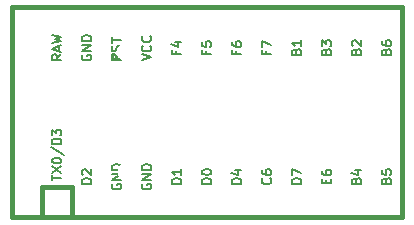
<source format=gto>
%TF.GenerationSoftware,KiCad,Pcbnew,(5.1.9)-1*%
%TF.CreationDate,2021-04-18T19:10:53+08:00*%
%TF.ProjectId,ISOISOISO,49534f49-534f-4495-934f-2e6b69636164,rev?*%
%TF.SameCoordinates,Original*%
%TF.FileFunction,Legend,Top*%
%TF.FilePolarity,Positive*%
%FSLAX46Y46*%
G04 Gerber Fmt 4.6, Leading zero omitted, Abs format (unit mm)*
G04 Created by KiCad (PCBNEW (5.1.9)-1) date 2021-04-18 19:10:53*
%MOMM*%
%LPD*%
G01*
G04 APERTURE LIST*
%ADD10C,0.381000*%
%ADD11C,0.150000*%
%ADD12C,1.752600*%
%ADD13R,1.752600X1.752600*%
%ADD14C,3.987800*%
%ADD15C,3.048000*%
%ADD16C,1.750000*%
G04 APERTURE END LIST*
D10*
%TO.C,U1*%
X30797500Y-50165000D02*
X61277500Y-50165000D01*
X61277500Y-50165000D02*
X61277500Y-32385000D01*
X61277500Y-32385000D02*
X30797500Y-32385000D01*
X30797500Y-47625000D02*
X33337500Y-47625000D01*
X33337500Y-47625000D02*
X33337500Y-50165000D01*
D11*
G36*
X36676860Y-36343432D02*
G01*
X36976860Y-36343432D01*
X36976860Y-36443432D01*
X36676860Y-36443432D01*
X36676860Y-36343432D01*
G37*
X36676860Y-36343432D02*
X36976860Y-36343432D01*
X36976860Y-36443432D01*
X36676860Y-36443432D01*
X36676860Y-36343432D01*
G36*
X37076860Y-36543432D02*
G01*
X37176860Y-36543432D01*
X37176860Y-36643432D01*
X37076860Y-36643432D01*
X37076860Y-36543432D01*
G37*
X37076860Y-36543432D02*
X37176860Y-36543432D01*
X37176860Y-36643432D01*
X37076860Y-36643432D01*
X37076860Y-36543432D01*
G36*
X36676860Y-36343432D02*
G01*
X36776860Y-36343432D01*
X36776860Y-36843432D01*
X36676860Y-36843432D01*
X36676860Y-36343432D01*
G37*
X36676860Y-36343432D02*
X36776860Y-36343432D01*
X36776860Y-36843432D01*
X36676860Y-36843432D01*
X36676860Y-36343432D01*
G36*
X36676860Y-36743432D02*
G01*
X37476860Y-36743432D01*
X37476860Y-36843432D01*
X36676860Y-36843432D01*
X36676860Y-36743432D01*
G37*
X36676860Y-36743432D02*
X37476860Y-36743432D01*
X37476860Y-36843432D01*
X36676860Y-36843432D01*
X36676860Y-36743432D01*
G36*
X37276860Y-36343432D02*
G01*
X37476860Y-36343432D01*
X37476860Y-36443432D01*
X37276860Y-36443432D01*
X37276860Y-36343432D01*
G37*
X37276860Y-36343432D02*
X37476860Y-36343432D01*
X37476860Y-36443432D01*
X37276860Y-36443432D01*
X37276860Y-36343432D01*
D10*
X30797500Y-32385000D02*
X28257500Y-32385000D01*
X28257500Y-32385000D02*
X28257500Y-50165000D01*
X28257500Y-50165000D02*
X30797500Y-50165000D01*
X30797500Y-47625000D02*
X30797500Y-50165000D01*
D11*
X31629404Y-47037348D02*
X31629404Y-46580205D01*
X32429404Y-46808776D02*
X31629404Y-46808776D01*
X31629404Y-46389729D02*
X32429404Y-45856395D01*
X31629404Y-45856395D02*
X32429404Y-46389729D01*
X31629404Y-45399252D02*
X31629404Y-45323062D01*
X31667500Y-45246872D01*
X31705595Y-45208776D01*
X31781785Y-45170681D01*
X31934166Y-45132586D01*
X32124642Y-45132586D01*
X32277023Y-45170681D01*
X32353214Y-45208776D01*
X32391309Y-45246872D01*
X32429404Y-45323062D01*
X32429404Y-45399252D01*
X32391309Y-45475443D01*
X32353214Y-45513538D01*
X32277023Y-45551633D01*
X32124642Y-45589729D01*
X31934166Y-45589729D01*
X31781785Y-45551633D01*
X31705595Y-45513538D01*
X31667500Y-45475443D01*
X31629404Y-45399252D01*
X31591309Y-44218300D02*
X32619880Y-44904014D01*
X32429404Y-43951633D02*
X31629404Y-43951633D01*
X31629404Y-43761157D01*
X31667500Y-43646872D01*
X31743690Y-43570681D01*
X31819880Y-43532586D01*
X31972261Y-43494491D01*
X32086547Y-43494491D01*
X32238928Y-43532586D01*
X32315119Y-43570681D01*
X32391309Y-43646872D01*
X32429404Y-43761157D01*
X32429404Y-43951633D01*
X31629404Y-43227824D02*
X31629404Y-42732586D01*
X31934166Y-42999252D01*
X31934166Y-42884967D01*
X31972261Y-42808776D01*
X32010357Y-42770681D01*
X32086547Y-42732586D01*
X32277023Y-42732586D01*
X32353214Y-42770681D01*
X32391309Y-42808776D01*
X32429404Y-42884967D01*
X32429404Y-43113538D01*
X32391309Y-43189729D01*
X32353214Y-43227824D01*
X34969404Y-47326476D02*
X34169404Y-47326476D01*
X34169404Y-47136000D01*
X34207500Y-47021714D01*
X34283690Y-46945523D01*
X34359880Y-46907428D01*
X34512261Y-46869333D01*
X34626547Y-46869333D01*
X34778928Y-46907428D01*
X34855119Y-46945523D01*
X34931309Y-47021714D01*
X34969404Y-47136000D01*
X34969404Y-47326476D01*
X34245595Y-46564571D02*
X34207500Y-46526476D01*
X34169404Y-46450285D01*
X34169404Y-46259809D01*
X34207500Y-46183619D01*
X34245595Y-46145523D01*
X34321785Y-46107428D01*
X34397976Y-46107428D01*
X34512261Y-46145523D01*
X34969404Y-46602666D01*
X34969404Y-46107428D01*
X45129404Y-47326476D02*
X44329404Y-47326476D01*
X44329404Y-47136000D01*
X44367500Y-47021714D01*
X44443690Y-46945523D01*
X44519880Y-46907428D01*
X44672261Y-46869333D01*
X44786547Y-46869333D01*
X44938928Y-46907428D01*
X45015119Y-46945523D01*
X45091309Y-47021714D01*
X45129404Y-47136000D01*
X45129404Y-47326476D01*
X44329404Y-46374095D02*
X44329404Y-46297904D01*
X44367500Y-46221714D01*
X44405595Y-46183619D01*
X44481785Y-46145523D01*
X44634166Y-46107428D01*
X44824642Y-46107428D01*
X44977023Y-46145523D01*
X45053214Y-46183619D01*
X45091309Y-46221714D01*
X45129404Y-46297904D01*
X45129404Y-46374095D01*
X45091309Y-46450285D01*
X45053214Y-46488380D01*
X44977023Y-46526476D01*
X44824642Y-46564571D01*
X44634166Y-46564571D01*
X44481785Y-46526476D01*
X44405595Y-46488380D01*
X44367500Y-46450285D01*
X44329404Y-46374095D01*
X42589404Y-47326476D02*
X41789404Y-47326476D01*
X41789404Y-47136000D01*
X41827500Y-47021714D01*
X41903690Y-46945523D01*
X41979880Y-46907428D01*
X42132261Y-46869333D01*
X42246547Y-46869333D01*
X42398928Y-46907428D01*
X42475119Y-46945523D01*
X42551309Y-47021714D01*
X42589404Y-47136000D01*
X42589404Y-47326476D01*
X42589404Y-46107428D02*
X42589404Y-46564571D01*
X42589404Y-46336000D02*
X41789404Y-46336000D01*
X41903690Y-46412190D01*
X41979880Y-46488380D01*
X42017976Y-46564571D01*
X39287500Y-47345523D02*
X39249404Y-47421714D01*
X39249404Y-47536000D01*
X39287500Y-47650285D01*
X39363690Y-47726476D01*
X39439880Y-47764571D01*
X39592261Y-47802666D01*
X39706547Y-47802666D01*
X39858928Y-47764571D01*
X39935119Y-47726476D01*
X40011309Y-47650285D01*
X40049404Y-47536000D01*
X40049404Y-47459809D01*
X40011309Y-47345523D01*
X39973214Y-47307428D01*
X39706547Y-47307428D01*
X39706547Y-47459809D01*
X40049404Y-46964571D02*
X39249404Y-46964571D01*
X40049404Y-46507428D01*
X39249404Y-46507428D01*
X40049404Y-46126476D02*
X39249404Y-46126476D01*
X39249404Y-45936000D01*
X39287500Y-45821714D01*
X39363690Y-45745523D01*
X39439880Y-45707428D01*
X39592261Y-45669333D01*
X39706547Y-45669333D01*
X39858928Y-45707428D01*
X39935119Y-45745523D01*
X40011309Y-45821714D01*
X40049404Y-45936000D01*
X40049404Y-46126476D01*
X36747500Y-47345523D02*
X36709404Y-47421714D01*
X36709404Y-47536000D01*
X36747500Y-47650285D01*
X36823690Y-47726476D01*
X36899880Y-47764571D01*
X37052261Y-47802666D01*
X37166547Y-47802666D01*
X37318928Y-47764571D01*
X37395119Y-47726476D01*
X37471309Y-47650285D01*
X37509404Y-47536000D01*
X37509404Y-47459809D01*
X37471309Y-47345523D01*
X37433214Y-47307428D01*
X37166547Y-47307428D01*
X37166547Y-47459809D01*
X37509404Y-46964571D02*
X36709404Y-46964571D01*
X37509404Y-46507428D01*
X36709404Y-46507428D01*
X37509404Y-46126476D02*
X36709404Y-46126476D01*
X36709404Y-45936000D01*
X36747500Y-45821714D01*
X36823690Y-45745523D01*
X36899880Y-45707428D01*
X37052261Y-45669333D01*
X37166547Y-45669333D01*
X37318928Y-45707428D01*
X37395119Y-45745523D01*
X37471309Y-45821714D01*
X37509404Y-45936000D01*
X37509404Y-46126476D01*
X47669404Y-47326476D02*
X46869404Y-47326476D01*
X46869404Y-47136000D01*
X46907500Y-47021714D01*
X46983690Y-46945523D01*
X47059880Y-46907428D01*
X47212261Y-46869333D01*
X47326547Y-46869333D01*
X47478928Y-46907428D01*
X47555119Y-46945523D01*
X47631309Y-47021714D01*
X47669404Y-47136000D01*
X47669404Y-47326476D01*
X47136071Y-46183619D02*
X47669404Y-46183619D01*
X46831309Y-46374095D02*
X47402738Y-46564571D01*
X47402738Y-46069333D01*
X50133214Y-46869333D02*
X50171309Y-46907428D01*
X50209404Y-47021714D01*
X50209404Y-47097904D01*
X50171309Y-47212190D01*
X50095119Y-47288380D01*
X50018928Y-47326476D01*
X49866547Y-47364571D01*
X49752261Y-47364571D01*
X49599880Y-47326476D01*
X49523690Y-47288380D01*
X49447500Y-47212190D01*
X49409404Y-47097904D01*
X49409404Y-47021714D01*
X49447500Y-46907428D01*
X49485595Y-46869333D01*
X49409404Y-46183619D02*
X49409404Y-46336000D01*
X49447500Y-46412190D01*
X49485595Y-46450285D01*
X49599880Y-46526476D01*
X49752261Y-46564571D01*
X50057023Y-46564571D01*
X50133214Y-46526476D01*
X50171309Y-46488380D01*
X50209404Y-46412190D01*
X50209404Y-46259809D01*
X50171309Y-46183619D01*
X50133214Y-46145523D01*
X50057023Y-46107428D01*
X49866547Y-46107428D01*
X49790357Y-46145523D01*
X49752261Y-46183619D01*
X49714166Y-46259809D01*
X49714166Y-46412190D01*
X49752261Y-46488380D01*
X49790357Y-46526476D01*
X49866547Y-46564571D01*
X52749404Y-47326476D02*
X51949404Y-47326476D01*
X51949404Y-47136000D01*
X51987500Y-47021714D01*
X52063690Y-46945523D01*
X52139880Y-46907428D01*
X52292261Y-46869333D01*
X52406547Y-46869333D01*
X52558928Y-46907428D01*
X52635119Y-46945523D01*
X52711309Y-47021714D01*
X52749404Y-47136000D01*
X52749404Y-47326476D01*
X51949404Y-46602666D02*
X51949404Y-46069333D01*
X52749404Y-46412190D01*
X54870357Y-47288380D02*
X54870357Y-47021714D01*
X55289404Y-46907428D02*
X55289404Y-47288380D01*
X54489404Y-47288380D01*
X54489404Y-46907428D01*
X54489404Y-46221714D02*
X54489404Y-46374095D01*
X54527500Y-46450285D01*
X54565595Y-46488380D01*
X54679880Y-46564571D01*
X54832261Y-46602666D01*
X55137023Y-46602666D01*
X55213214Y-46564571D01*
X55251309Y-46526476D01*
X55289404Y-46450285D01*
X55289404Y-46297904D01*
X55251309Y-46221714D01*
X55213214Y-46183619D01*
X55137023Y-46145523D01*
X54946547Y-46145523D01*
X54870357Y-46183619D01*
X54832261Y-46221714D01*
X54794166Y-46297904D01*
X54794166Y-46450285D01*
X54832261Y-46526476D01*
X54870357Y-46564571D01*
X54946547Y-46602666D01*
X57410357Y-47059809D02*
X57448452Y-46945523D01*
X57486547Y-46907428D01*
X57562738Y-46869333D01*
X57677023Y-46869333D01*
X57753214Y-46907428D01*
X57791309Y-46945523D01*
X57829404Y-47021714D01*
X57829404Y-47326476D01*
X57029404Y-47326476D01*
X57029404Y-47059809D01*
X57067500Y-46983619D01*
X57105595Y-46945523D01*
X57181785Y-46907428D01*
X57257976Y-46907428D01*
X57334166Y-46945523D01*
X57372261Y-46983619D01*
X57410357Y-47059809D01*
X57410357Y-47326476D01*
X57296071Y-46183619D02*
X57829404Y-46183619D01*
X56991309Y-46374095D02*
X57562738Y-46564571D01*
X57562738Y-46069333D01*
X59950357Y-47059809D02*
X59988452Y-46945523D01*
X60026547Y-46907428D01*
X60102738Y-46869333D01*
X60217023Y-46869333D01*
X60293214Y-46907428D01*
X60331309Y-46945523D01*
X60369404Y-47021714D01*
X60369404Y-47326476D01*
X59569404Y-47326476D01*
X59569404Y-47059809D01*
X59607500Y-46983619D01*
X59645595Y-46945523D01*
X59721785Y-46907428D01*
X59797976Y-46907428D01*
X59874166Y-46945523D01*
X59912261Y-46983619D01*
X59950357Y-47059809D01*
X59950357Y-47326476D01*
X59569404Y-46145523D02*
X59569404Y-46526476D01*
X59950357Y-46564571D01*
X59912261Y-46526476D01*
X59874166Y-46450285D01*
X59874166Y-46259809D01*
X59912261Y-46183619D01*
X59950357Y-46145523D01*
X60026547Y-46107428D01*
X60217023Y-46107428D01*
X60293214Y-46145523D01*
X60331309Y-46183619D01*
X60369404Y-46259809D01*
X60369404Y-46450285D01*
X60331309Y-46526476D01*
X60293214Y-46564571D01*
X59950357Y-36137809D02*
X59988452Y-36023523D01*
X60026547Y-35985428D01*
X60102738Y-35947333D01*
X60217023Y-35947333D01*
X60293214Y-35985428D01*
X60331309Y-36023523D01*
X60369404Y-36099714D01*
X60369404Y-36404476D01*
X59569404Y-36404476D01*
X59569404Y-36137809D01*
X59607500Y-36061619D01*
X59645595Y-36023523D01*
X59721785Y-35985428D01*
X59797976Y-35985428D01*
X59874166Y-36023523D01*
X59912261Y-36061619D01*
X59950357Y-36137809D01*
X59950357Y-36404476D01*
X59569404Y-35261619D02*
X59569404Y-35414000D01*
X59607500Y-35490190D01*
X59645595Y-35528285D01*
X59759880Y-35604476D01*
X59912261Y-35642571D01*
X60217023Y-35642571D01*
X60293214Y-35604476D01*
X60331309Y-35566380D01*
X60369404Y-35490190D01*
X60369404Y-35337809D01*
X60331309Y-35261619D01*
X60293214Y-35223523D01*
X60217023Y-35185428D01*
X60026547Y-35185428D01*
X59950357Y-35223523D01*
X59912261Y-35261619D01*
X59874166Y-35337809D01*
X59874166Y-35490190D01*
X59912261Y-35566380D01*
X59950357Y-35604476D01*
X60026547Y-35642571D01*
X54870357Y-36137809D02*
X54908452Y-36023523D01*
X54946547Y-35985428D01*
X55022738Y-35947333D01*
X55137023Y-35947333D01*
X55213214Y-35985428D01*
X55251309Y-36023523D01*
X55289404Y-36099714D01*
X55289404Y-36404476D01*
X54489404Y-36404476D01*
X54489404Y-36137809D01*
X54527500Y-36061619D01*
X54565595Y-36023523D01*
X54641785Y-35985428D01*
X54717976Y-35985428D01*
X54794166Y-36023523D01*
X54832261Y-36061619D01*
X54870357Y-36137809D01*
X54870357Y-36404476D01*
X54489404Y-35680666D02*
X54489404Y-35185428D01*
X54794166Y-35452095D01*
X54794166Y-35337809D01*
X54832261Y-35261619D01*
X54870357Y-35223523D01*
X54946547Y-35185428D01*
X55137023Y-35185428D01*
X55213214Y-35223523D01*
X55251309Y-35261619D01*
X55289404Y-35337809D01*
X55289404Y-35566380D01*
X55251309Y-35642571D01*
X55213214Y-35680666D01*
X52330357Y-36137809D02*
X52368452Y-36023523D01*
X52406547Y-35985428D01*
X52482738Y-35947333D01*
X52597023Y-35947333D01*
X52673214Y-35985428D01*
X52711309Y-36023523D01*
X52749404Y-36099714D01*
X52749404Y-36404476D01*
X51949404Y-36404476D01*
X51949404Y-36137809D01*
X51987500Y-36061619D01*
X52025595Y-36023523D01*
X52101785Y-35985428D01*
X52177976Y-35985428D01*
X52254166Y-36023523D01*
X52292261Y-36061619D01*
X52330357Y-36137809D01*
X52330357Y-36404476D01*
X52749404Y-35185428D02*
X52749404Y-35642571D01*
X52749404Y-35414000D02*
X51949404Y-35414000D01*
X52063690Y-35490190D01*
X52139880Y-35566380D01*
X52177976Y-35642571D01*
X42170357Y-36080666D02*
X42170357Y-36347333D01*
X42589404Y-36347333D02*
X41789404Y-36347333D01*
X41789404Y-35966380D01*
X42056071Y-35318761D02*
X42589404Y-35318761D01*
X41751309Y-35509238D02*
X42322738Y-35699714D01*
X42322738Y-35204476D01*
X39249404Y-36880666D02*
X40049404Y-36614000D01*
X39249404Y-36347333D01*
X39973214Y-35623523D02*
X40011309Y-35661619D01*
X40049404Y-35775904D01*
X40049404Y-35852095D01*
X40011309Y-35966380D01*
X39935119Y-36042571D01*
X39858928Y-36080666D01*
X39706547Y-36118761D01*
X39592261Y-36118761D01*
X39439880Y-36080666D01*
X39363690Y-36042571D01*
X39287500Y-35966380D01*
X39249404Y-35852095D01*
X39249404Y-35775904D01*
X39287500Y-35661619D01*
X39325595Y-35623523D01*
X39973214Y-34823523D02*
X40011309Y-34861619D01*
X40049404Y-34975904D01*
X40049404Y-35052095D01*
X40011309Y-35166380D01*
X39935119Y-35242571D01*
X39858928Y-35280666D01*
X39706547Y-35318761D01*
X39592261Y-35318761D01*
X39439880Y-35280666D01*
X39363690Y-35242571D01*
X39287500Y-35166380D01*
X39249404Y-35052095D01*
X39249404Y-34975904D01*
X39287500Y-34861619D01*
X39325595Y-34823523D01*
X37441309Y-36075213D02*
X37479404Y-35960927D01*
X37479404Y-35770451D01*
X37441309Y-35694260D01*
X37403214Y-35656165D01*
X37327023Y-35618070D01*
X37250833Y-35618070D01*
X37174642Y-35656165D01*
X37136547Y-35694260D01*
X37098452Y-35770451D01*
X37060357Y-35922832D01*
X37022261Y-35999022D01*
X36984166Y-36037118D01*
X36907976Y-36075213D01*
X36831785Y-36075213D01*
X36755595Y-36037118D01*
X36717500Y-35999022D01*
X36679404Y-35922832D01*
X36679404Y-35732356D01*
X36717500Y-35618070D01*
X36679404Y-35389499D02*
X36679404Y-34932356D01*
X37479404Y-35160927D02*
X36679404Y-35160927D01*
X34207500Y-36423523D02*
X34169404Y-36499714D01*
X34169404Y-36614000D01*
X34207500Y-36728285D01*
X34283690Y-36804476D01*
X34359880Y-36842571D01*
X34512261Y-36880666D01*
X34626547Y-36880666D01*
X34778928Y-36842571D01*
X34855119Y-36804476D01*
X34931309Y-36728285D01*
X34969404Y-36614000D01*
X34969404Y-36537809D01*
X34931309Y-36423523D01*
X34893214Y-36385428D01*
X34626547Y-36385428D01*
X34626547Y-36537809D01*
X34969404Y-36042571D02*
X34169404Y-36042571D01*
X34969404Y-35585428D01*
X34169404Y-35585428D01*
X34969404Y-35204476D02*
X34169404Y-35204476D01*
X34169404Y-35014000D01*
X34207500Y-34899714D01*
X34283690Y-34823523D01*
X34359880Y-34785428D01*
X34512261Y-34747333D01*
X34626547Y-34747333D01*
X34778928Y-34785428D01*
X34855119Y-34823523D01*
X34931309Y-34899714D01*
X34969404Y-35014000D01*
X34969404Y-35204476D01*
X32429404Y-36366380D02*
X32048452Y-36633047D01*
X32429404Y-36823523D02*
X31629404Y-36823523D01*
X31629404Y-36518761D01*
X31667500Y-36442571D01*
X31705595Y-36404476D01*
X31781785Y-36366380D01*
X31896071Y-36366380D01*
X31972261Y-36404476D01*
X32010357Y-36442571D01*
X32048452Y-36518761D01*
X32048452Y-36823523D01*
X32200833Y-36061619D02*
X32200833Y-35680666D01*
X32429404Y-36137809D02*
X31629404Y-35871142D01*
X32429404Y-35604476D01*
X31629404Y-35414000D02*
X32429404Y-35223523D01*
X31857976Y-35071142D01*
X32429404Y-34918761D01*
X31629404Y-34728285D01*
X44710357Y-36080666D02*
X44710357Y-36347333D01*
X45129404Y-36347333D02*
X44329404Y-36347333D01*
X44329404Y-35966380D01*
X44329404Y-35280666D02*
X44329404Y-35661619D01*
X44710357Y-35699714D01*
X44672261Y-35661619D01*
X44634166Y-35585428D01*
X44634166Y-35394952D01*
X44672261Y-35318761D01*
X44710357Y-35280666D01*
X44786547Y-35242571D01*
X44977023Y-35242571D01*
X45053214Y-35280666D01*
X45091309Y-35318761D01*
X45129404Y-35394952D01*
X45129404Y-35585428D01*
X45091309Y-35661619D01*
X45053214Y-35699714D01*
X47250357Y-36080666D02*
X47250357Y-36347333D01*
X47669404Y-36347333D02*
X46869404Y-36347333D01*
X46869404Y-35966380D01*
X46869404Y-35318761D02*
X46869404Y-35471142D01*
X46907500Y-35547333D01*
X46945595Y-35585428D01*
X47059880Y-35661619D01*
X47212261Y-35699714D01*
X47517023Y-35699714D01*
X47593214Y-35661619D01*
X47631309Y-35623523D01*
X47669404Y-35547333D01*
X47669404Y-35394952D01*
X47631309Y-35318761D01*
X47593214Y-35280666D01*
X47517023Y-35242571D01*
X47326547Y-35242571D01*
X47250357Y-35280666D01*
X47212261Y-35318761D01*
X47174166Y-35394952D01*
X47174166Y-35547333D01*
X47212261Y-35623523D01*
X47250357Y-35661619D01*
X47326547Y-35699714D01*
X49790357Y-36080666D02*
X49790357Y-36347333D01*
X50209404Y-36347333D02*
X49409404Y-36347333D01*
X49409404Y-35966380D01*
X49409404Y-35737809D02*
X49409404Y-35204476D01*
X50209404Y-35547333D01*
X57410357Y-36137809D02*
X57448452Y-36023523D01*
X57486547Y-35985428D01*
X57562738Y-35947333D01*
X57677023Y-35947333D01*
X57753214Y-35985428D01*
X57791309Y-36023523D01*
X57829404Y-36099714D01*
X57829404Y-36404476D01*
X57029404Y-36404476D01*
X57029404Y-36137809D01*
X57067500Y-36061619D01*
X57105595Y-36023523D01*
X57181785Y-35985428D01*
X57257976Y-35985428D01*
X57334166Y-36023523D01*
X57372261Y-36061619D01*
X57410357Y-36137809D01*
X57410357Y-36404476D01*
X57105595Y-35642571D02*
X57067500Y-35604476D01*
X57029404Y-35528285D01*
X57029404Y-35337809D01*
X57067500Y-35261619D01*
X57105595Y-35223523D01*
X57181785Y-35185428D01*
X57257976Y-35185428D01*
X57372261Y-35223523D01*
X57829404Y-35680666D01*
X57829404Y-35185428D01*
%TD*%
%LPC*%
D12*
%TO.C,U1*%
X32067500Y-33655000D03*
X60007500Y-48895000D03*
X34607500Y-33655000D03*
X37147500Y-33655000D03*
X39687500Y-33655000D03*
X42227500Y-33655000D03*
X44767500Y-33655000D03*
X47307500Y-33655000D03*
X49847500Y-33655000D03*
X52387500Y-33655000D03*
X54927500Y-33655000D03*
X57467500Y-33655000D03*
X60007500Y-33655000D03*
X57467500Y-48895000D03*
X54927500Y-48895000D03*
X52387500Y-48895000D03*
X49847500Y-48895000D03*
X47307500Y-48895000D03*
X44767500Y-48895000D03*
X42227500Y-48895000D03*
X39687500Y-48895000D03*
X37147500Y-48895000D03*
X34607500Y-48895000D03*
D13*
X32067500Y-48895000D03*
%TD*%
D14*
%TO.C,MX8*%
X110807500Y-67437000D03*
X110807500Y-91313000D03*
D15*
X126047500Y-67437000D03*
X126047500Y-91313000D03*
D16*
X119062500Y-84455000D03*
X119062500Y-74295000D03*
D14*
X119062500Y-79375000D03*
%TD*%
%TO.C,MX7*%
X110807500Y-29337000D03*
X110807500Y-53213000D03*
D15*
X126047500Y-29337000D03*
X126047500Y-53213000D03*
D16*
X119062500Y-46355000D03*
X119062500Y-36195000D03*
D14*
X119062500Y-41275000D03*
%TD*%
%TO.C,MX6*%
X98742500Y-91313000D03*
X98742500Y-67437000D03*
D15*
X83502500Y-91313000D03*
X83502500Y-67437000D03*
D16*
X90487500Y-74295000D03*
X90487500Y-84455000D03*
D14*
X90487500Y-79375000D03*
%TD*%
%TO.C,MX5*%
X98742500Y-53213000D03*
X98742500Y-29337000D03*
D15*
X83502500Y-53213000D03*
X83502500Y-29337000D03*
D16*
X90487500Y-36195000D03*
X90487500Y-46355000D03*
D14*
X90487500Y-41275000D03*
%TD*%
%TO.C,MX4*%
X58420000Y-67437000D03*
X58420000Y-91313000D03*
D15*
X73660000Y-67437000D03*
X73660000Y-91313000D03*
D16*
X66675000Y-84455000D03*
X66675000Y-74295000D03*
D14*
X66675000Y-79375000D03*
%TD*%
%TO.C,MX3*%
X58420000Y-29337000D03*
X58420000Y-53213000D03*
D15*
X73660000Y-29337000D03*
X73660000Y-53213000D03*
D16*
X66675000Y-46355000D03*
X66675000Y-36195000D03*
D14*
X66675000Y-41275000D03*
%TD*%
%TO.C,MX2*%
X46355000Y-91313000D03*
X46355000Y-67437000D03*
D15*
X31115000Y-91313000D03*
X31115000Y-67437000D03*
D16*
X38100000Y-74295000D03*
X38100000Y-84455000D03*
D14*
X38100000Y-79375000D03*
%TD*%
%TO.C,MX1*%
X46355000Y-53213000D03*
X46355000Y-29337000D03*
D15*
X31115000Y-53213000D03*
X31115000Y-29337000D03*
D16*
X38100000Y-36195000D03*
X38100000Y-46355000D03*
D14*
X38100000Y-41275000D03*
%TD*%
M02*

</source>
